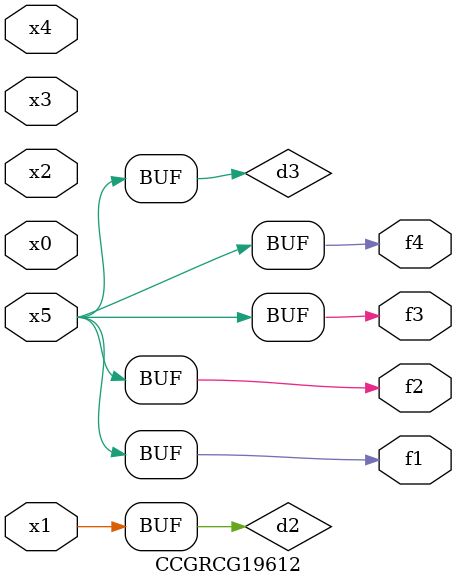
<source format=v>
module CCGRCG19612(
	input x0, x1, x2, x3, x4, x5,
	output f1, f2, f3, f4
);

	wire d1, d2, d3;

	not (d1, x5);
	or (d2, x1);
	xnor (d3, d1);
	assign f1 = d3;
	assign f2 = d3;
	assign f3 = d3;
	assign f4 = d3;
endmodule

</source>
